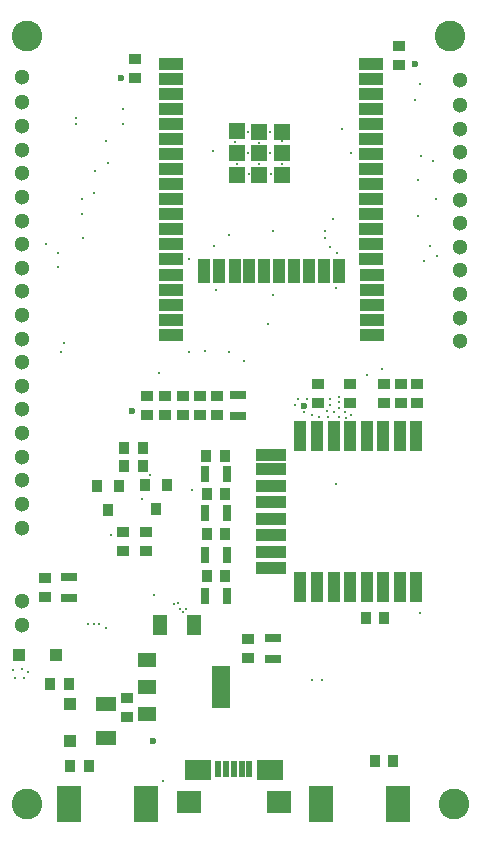
<source format=gts>
G04*
G04 #@! TF.GenerationSoftware,Altium Limited,Altium Designer,22.1.2 (22)*
G04*
G04 Layer_Color=8388736*
%FSLAX25Y25*%
%MOIN*%
G70*
G04*
G04 #@! TF.SameCoordinates,E6BCAF42-7E50-4797-BEDC-23F1F838AA05*
G04*
G04*
G04 #@! TF.FilePolarity,Negative*
G04*
G01*
G75*
%ADD33R,0.08268X0.03937*%
%ADD34R,0.05630X0.05630*%
%ADD35R,0.03937X0.08268*%
%ADD36R,0.05512X0.03150*%
%ADD37R,0.03937X0.03543*%
%ADD38R,0.03543X0.03937*%
%ADD39R,0.04331X0.10039*%
%ADD40R,0.10039X0.04331*%
%ADD41R,0.04724X0.06693*%
%ADD42R,0.05906X0.14173*%
%ADD43R,0.05906X0.05118*%
%ADD44R,0.06693X0.04724*%
%ADD45R,0.08268X0.12205*%
%ADD46R,0.07874X0.07480*%
%ADD47R,0.01968X0.05709*%
%ADD48R,0.08661X0.06693*%
%ADD49R,0.03937X0.04134*%
%ADD50R,0.04134X0.03937*%
%ADD51R,0.03150X0.05512*%
%ADD52C,0.05118*%
%ADD53C,0.01181*%
%ADD54C,0.10236*%
%ADD55C,0.02362*%
D33*
X55992Y185665D02*
D03*
X55913Y191039D02*
D03*
Y196039D02*
D03*
Y201039D02*
D03*
Y206039D02*
D03*
Y211039D02*
D03*
Y216039D02*
D03*
Y221039D02*
D03*
Y226039D02*
D03*
Y231039D02*
D03*
Y236039D02*
D03*
Y241039D02*
D03*
Y246039D02*
D03*
Y251039D02*
D03*
Y256039D02*
D03*
X122843Y191039D02*
D03*
Y196039D02*
D03*
Y201039D02*
D03*
Y206039D02*
D03*
Y211039D02*
D03*
Y216039D02*
D03*
Y221039D02*
D03*
Y226039D02*
D03*
Y231039D02*
D03*
Y236039D02*
D03*
Y241039D02*
D03*
Y246039D02*
D03*
Y251039D02*
D03*
Y256039D02*
D03*
X122921Y165665D02*
D03*
Y185665D02*
D03*
Y180665D02*
D03*
Y175665D02*
D03*
X55992Y180665D02*
D03*
Y175665D02*
D03*
Y170665D02*
D03*
Y165665D02*
D03*
X122921Y170665D02*
D03*
D34*
X85441Y226276D02*
D03*
X93000Y226354D02*
D03*
X78197Y226276D02*
D03*
X85441Y219051D02*
D03*
X93118D02*
D03*
X78216D02*
D03*
Y233559D02*
D03*
X93000Y233500D02*
D03*
X85441D02*
D03*
D35*
X67094Y187102D02*
D03*
X72095D02*
D03*
X77252D02*
D03*
X82095D02*
D03*
X87094D02*
D03*
X92094D02*
D03*
X97095D02*
D03*
X102094D02*
D03*
X107095D02*
D03*
X112094D02*
D03*
D36*
X90075Y64856D02*
D03*
Y57770D02*
D03*
X22000Y85043D02*
D03*
Y77957D02*
D03*
X78377Y138770D02*
D03*
Y145856D02*
D03*
D37*
X81575Y64463D02*
D03*
Y58163D02*
D03*
X41500Y44650D02*
D03*
Y38350D02*
D03*
X14000Y84650D02*
D03*
Y78350D02*
D03*
X48129Y139163D02*
D03*
Y145463D02*
D03*
X71535Y139163D02*
D03*
Y145463D02*
D03*
X65575Y139163D02*
D03*
Y145463D02*
D03*
X59988Y139163D02*
D03*
Y145463D02*
D03*
X138075Y149463D02*
D03*
Y143163D02*
D03*
X132575Y149463D02*
D03*
Y143163D02*
D03*
X127075Y149463D02*
D03*
Y143163D02*
D03*
X115575Y149463D02*
D03*
Y143163D02*
D03*
X105075Y149463D02*
D03*
Y143163D02*
D03*
X44000Y257650D02*
D03*
Y251350D02*
D03*
X47575Y93663D02*
D03*
Y99963D02*
D03*
X40075D02*
D03*
Y93663D02*
D03*
X54075Y145463D02*
D03*
Y139163D02*
D03*
X132000Y255850D02*
D03*
Y262150D02*
D03*
D38*
X127224Y71313D02*
D03*
X120925D02*
D03*
X123925Y23813D02*
D03*
X130224D02*
D03*
X22350Y22000D02*
D03*
X28650D02*
D03*
X22150Y49500D02*
D03*
X15850D02*
D03*
X46650Y128000D02*
D03*
X40350D02*
D03*
X40350Y122000D02*
D03*
X46650D02*
D03*
X31335Y115250D02*
D03*
X38815D02*
D03*
X35075Y107376D02*
D03*
X47335Y115750D02*
D03*
X54815D02*
D03*
X51075Y107876D02*
D03*
X67925Y112813D02*
D03*
X74224D02*
D03*
X67925Y99313D02*
D03*
X74224D02*
D03*
X67925Y85313D02*
D03*
X74224D02*
D03*
X67850Y125500D02*
D03*
X74150D02*
D03*
D39*
X104717Y81616D02*
D03*
X137787Y132010D02*
D03*
X104717D02*
D03*
X132276D02*
D03*
X126764D02*
D03*
X121252D02*
D03*
X115740D02*
D03*
X110228D02*
D03*
X99205D02*
D03*
X110228Y81616D02*
D03*
X115740D02*
D03*
X121252D02*
D03*
X126764D02*
D03*
X132276D02*
D03*
X137787D02*
D03*
X99205D02*
D03*
D40*
X89362Y125711D02*
D03*
Y120986D02*
D03*
Y115474D02*
D03*
Y109963D02*
D03*
Y104451D02*
D03*
Y98939D02*
D03*
Y93427D02*
D03*
Y87915D02*
D03*
D41*
X52291Y69000D02*
D03*
X63709D02*
D03*
D42*
X72567Y48376D02*
D03*
D43*
X48158Y39321D02*
D03*
Y48376D02*
D03*
Y57431D02*
D03*
D44*
X34500Y42709D02*
D03*
Y31291D02*
D03*
D45*
X131795Y9500D02*
D03*
X106205D02*
D03*
X22205D02*
D03*
X47795D02*
D03*
D46*
X91972Y9990D02*
D03*
X62051D02*
D03*
D47*
X82130Y21211D02*
D03*
X79571D02*
D03*
X77012D02*
D03*
X74453D02*
D03*
X71894D02*
D03*
D48*
X65004Y20728D02*
D03*
X89020D02*
D03*
D49*
X22500Y42701D02*
D03*
Y30299D02*
D03*
D50*
X17701Y59000D02*
D03*
X5299D02*
D03*
D51*
X74618Y119313D02*
D03*
X67532D02*
D03*
X74618Y106313D02*
D03*
X67532D02*
D03*
X74618Y92313D02*
D03*
X67532D02*
D03*
X74618Y78813D02*
D03*
X67532D02*
D03*
D52*
X6500Y77000D02*
D03*
Y69205D02*
D03*
Y101516D02*
D03*
Y109390D02*
D03*
Y117264D02*
D03*
Y125138D02*
D03*
Y133012D02*
D03*
Y140886D02*
D03*
Y148760D02*
D03*
Y156634D02*
D03*
Y164508D02*
D03*
Y172382D02*
D03*
Y180256D02*
D03*
Y188130D02*
D03*
Y196004D02*
D03*
Y203878D02*
D03*
Y211752D02*
D03*
Y219626D02*
D03*
Y227500D02*
D03*
Y235374D02*
D03*
Y243248D02*
D03*
Y251634D02*
D03*
X152500Y163630D02*
D03*
Y171504D02*
D03*
Y179378D02*
D03*
Y187252D02*
D03*
Y195126D02*
D03*
Y203000D02*
D03*
Y210874D02*
D03*
Y218748D02*
D03*
Y226622D02*
D03*
Y234496D02*
D03*
Y242370D02*
D03*
Y250756D02*
D03*
D53*
X49000Y119000D02*
D03*
X81885Y226337D02*
D03*
X81898Y219228D02*
D03*
X89299Y219346D02*
D03*
X93118Y230252D02*
D03*
X85402Y222772D02*
D03*
X85283Y229740D02*
D03*
X81779Y233480D02*
D03*
X93118Y222772D02*
D03*
X89142Y226236D02*
D03*
X77527Y229898D02*
D03*
X78118Y222811D02*
D03*
X89181Y233362D02*
D03*
X106347Y50873D02*
D03*
X103123Y50857D02*
D03*
X98500Y144500D02*
D03*
X97500Y142500D02*
D03*
X100500Y140000D02*
D03*
X88500Y169500D02*
D03*
X14500Y196000D02*
D03*
X24500Y236000D02*
D03*
X139000Y249500D02*
D03*
X137500Y244000D02*
D03*
X143500Y223606D02*
D03*
X138500Y217500D02*
D03*
X144500Y211000D02*
D03*
X138500Y205500D02*
D03*
X53500Y17000D02*
D03*
X36000Y99000D02*
D03*
X80500Y157000D02*
D03*
X111000Y116000D02*
D03*
X59000Y74500D02*
D03*
X60000Y73500D02*
D03*
X58500Y76500D02*
D03*
X57000Y76000D02*
D03*
X61000Y74500D02*
D03*
X50495Y79000D02*
D03*
X112000Y145000D02*
D03*
X109000Y142500D02*
D03*
X112000Y138500D02*
D03*
Y141500D02*
D03*
X108000Y140500D02*
D03*
X110500Y140000D02*
D03*
X112000Y143500D02*
D03*
X109000Y144500D02*
D03*
X46500Y111000D02*
D03*
X63000Y114000D02*
D03*
X144606Y191903D02*
D03*
X142500Y195442D02*
D03*
X140394Y190500D02*
D03*
X113000Y234500D02*
D03*
X110000Y204500D02*
D03*
X109000Y195000D02*
D03*
X111500Y193000D02*
D03*
X116000Y226500D02*
D03*
X111014Y181514D02*
D03*
X121500Y152500D02*
D03*
X107500Y200500D02*
D03*
X34500Y68000D02*
D03*
X32000Y69500D02*
D03*
X30500D02*
D03*
X28500D02*
D03*
X4000Y51500D02*
D03*
X7000D02*
D03*
X8500Y53500D02*
D03*
X6500Y54500D02*
D03*
X3500Y54000D02*
D03*
X139000Y73000D02*
D03*
X75500Y199000D02*
D03*
X101500Y144500D02*
D03*
X103000Y139000D02*
D03*
X114500Y138000D02*
D03*
X116000Y139000D02*
D03*
X114000Y140000D02*
D03*
X108500Y138500D02*
D03*
X105500D02*
D03*
X39925Y240925D02*
D03*
Y235925D02*
D03*
X52000Y153000D02*
D03*
X126500Y154500D02*
D03*
X107500Y198000D02*
D03*
X62000Y160000D02*
D03*
X75500D02*
D03*
X67500Y160500D02*
D03*
X62000Y191000D02*
D03*
X70500Y195500D02*
D03*
X71081Y180665D02*
D03*
X90000Y200500D02*
D03*
X26606Y198004D02*
D03*
X90000Y179000D02*
D03*
X70000Y227000D02*
D03*
X24500Y238000D02*
D03*
X139500Y225500D02*
D03*
X19500Y160000D02*
D03*
X18500Y188500D02*
D03*
Y193000D02*
D03*
X20500Y163000D02*
D03*
X26500Y211000D02*
D03*
X30500Y213039D02*
D03*
X26500Y206000D02*
D03*
X30736Y220236D02*
D03*
X35000Y223000D02*
D03*
X34500Y230500D02*
D03*
D54*
X8000Y9500D02*
D03*
X150500D02*
D03*
X149000Y265500D02*
D03*
X8000D02*
D03*
D55*
X43000Y140500D02*
D03*
X50000Y30500D02*
D03*
X137500Y256000D02*
D03*
X100500Y142000D02*
D03*
X39239Y251500D02*
D03*
M02*

</source>
